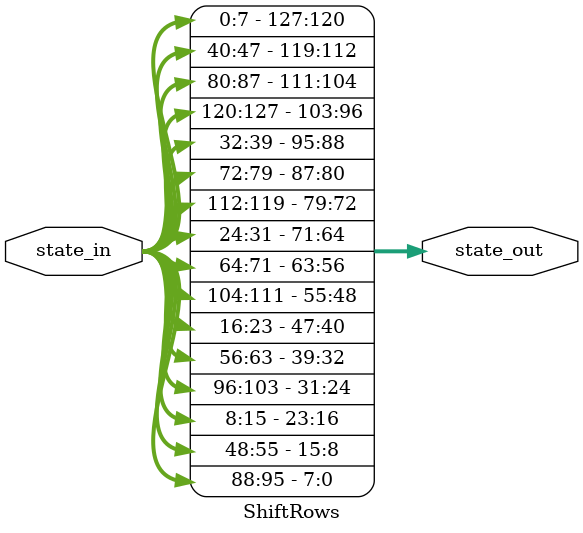
<source format=v>
module ShiftRows(input  [0:127] state_in ,  output  [0:127] state_out );

//first row
assign state_out[0:7] = state_in[0:7];
assign state_out[32:39] = state_in[32:39];
assign state_out[64:71] = state_in[64:71];
assign state_out[96:103] = state_in[96:103];

//second row
assign state_out[8:15] = state_in[40:47];
assign state_out[40:47] = state_in[72:79];
assign state_out[72:79] = state_in[104:111];
assign state_out[104:111] = state_in[8:15];

//third row
assign state_out[16:23] = state_in[80:87];
assign state_out[48:55] = state_in[112:119];
assign state_out[80:87] = state_in[16:23];
assign state_out[112:119] = state_in[48:55];

//forth row
assign state_out[24:31] = state_in[120:127];
assign state_out[56:63] = state_in[24:31];
assign state_out[88:95] = state_in[56:63];
assign state_out[120:127] = state_in[88:95];

endmodule
</source>
